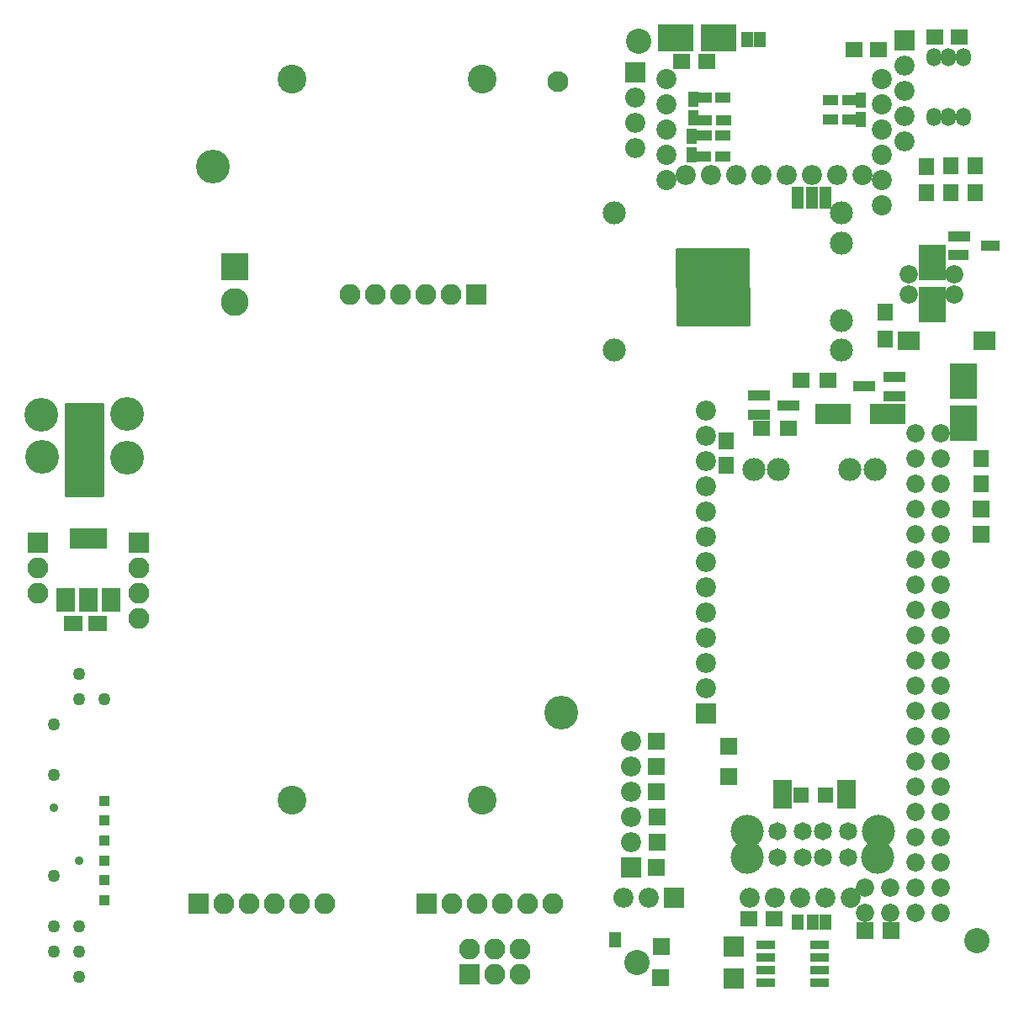
<source format=gbs>
%MOIN*%
%OFA0B0*%
%FSLAX46Y46*%
%IPPOS*%
%LPD*%
%ADD10C,0.0039370078740157488*%
%ADD11C,0.1*%
%ADD12R,0.048031496062992125X0.032283464566929133*%
%ADD13R,0.087401574803149612X0.044094488188976384*%
%ADD14O,0.091338582677165353X0.091338582677165353*%
%ADD15R,0.079527559055118116X0.079527559055118116*%
%ADD16O,0.079527559055118116X0.079527559055118116*%
%ADD17C,0.0725984251968504*%
%ADD18R,0.063779527559055124X0.07165354330708662*%
%ADD19R,0.07165354330708662X0.07165354330708662*%
%ADD20R,0.1425196850393701X0.079527559055118116*%
%ADD21R,0.050787401574803152X0.0625984251968504*%
%ADD22R,0.07165354330708662X0.063779527559055124*%
%ADD23C,0.079527559055118116*%
%ADD24R,0.073622047244094491X0.036220472440944888*%
%ADD25R,0.083464566929133871X0.081496062992125987*%
%ADD26R,0.13858267716535433X0.1110236220472441*%
%ADD27O,0.059842519685039376X0.0725984251968504*%
%ADD28R,0.061811023622047247X0.061811023622047247*%
%ADD29R,0.07165354330708662X0.061811023622047247*%
%ADD30R,0.061811023622047247X0.07165354330708662*%
%ADD31R,0.059842519685039376X0.042125984251968507*%
%ADD32R,0.042125984251968507X0.059842519685039376*%
%ADD33C,0.07165354330708662*%
%ADD34C,0.13070866141732285*%
%ADD35C,0.091338582677165353*%
%ADD36R,0.0725984251968504X0.11496062992125984*%
%ADD37R,0.1110236220472441X0.13858267716535433*%
%ADD38R,0.079527559055118116X0.044094488188976384*%
%ADD39R,0.075590551181102361X0.044094488188976384*%
%ADD40R,0.091338582677165353X0.075590551181102361*%
%ADD41C,0.01*%
%ADD52C,0.0078740157480314977*%
%ADD53C,0.1141732283464567*%
%ADD54C,0.082677165354330714*%
%ADD55C,0.13385826771653545*%
%ADD56C,0.11023622047244094*%
%ADD57R,0.11023622047244094X0.11023622047244094*%
%ADD58C,0.0078740157480314977*%
%ADD59R,0.082677165354330714X0.082677165354330714*%
%ADD60O,0.082677165354330714X0.082677165354330714*%
%ADD61C,0.0078740157480314977*%
%ADD62R,0.082677165354330714X0.082677165354330714*%
%ADD63O,0.082677165354330714X0.082677165354330714*%
%ADD64C,0.0078740157480314977*%
%ADD65R,0.074803149606299218X0.064960629921259838*%
%ADD66R,0.082677165354330714X0.082677165354330714*%
%ADD67O,0.082677165354330714X0.082677165354330714*%
%ADD68R,0.14960629921259844X0.07874015748031496*%
%ADD69R,0.074803149606299218X0.094488188976377951*%
%ADD70C,0.005905511811023622*%
%ADD71R,0.04X0.04*%
%ADD72C,0.05*%
%ADD73C,0.035*%
%ADD74C,0.0078740157480314977*%
%ADD75C,0.13385826771653545*%
%ADD76C,0.01*%
%ADD77C,0.0078740157480314977*%
%ADD78R,0.082677165354330714X0.082677165354330714*%
%ADD79O,0.082677165354330714X0.082677165354330714*%
%ADD80C,0.0078740157480314977*%
%LPD*%
G01G01*
D10*
D11*
X0000728346Y0005511811D02*
X0002492125Y0003783464D03*
D12*
X0003177546Y0003136411D03*
X0003177546Y0003163970D03*
X0003177546Y0003191529D03*
D13*
X0002969291Y0002304409D03*
X0002969291Y0002379212D03*
X0003087401Y0002341811D03*
D14*
X0002394661Y0003103118D03*
X0002394661Y0002559811D03*
X0003294661Y0003103118D03*
X0003294661Y0002985007D03*
X0003294661Y0002677921D03*
X0003294661Y0002559811D03*
D15*
X0002463346Y0000511811D03*
D16*
X0002463346Y0000611811D03*
X0002463346Y0000711811D03*
X0002463346Y0000811811D03*
X0002463346Y0000911810D03*
X0002463346Y0001011811D03*
D17*
X0003562346Y0002781811D03*
X0003562346Y0002861811D03*
X0003742346Y0002861811D03*
X0003742346Y0002781811D03*
D15*
X0002758346Y0001121811D03*
D16*
X0002758346Y0001221811D03*
X0002758346Y0001321811D03*
X0002758346Y0001421811D03*
X0002758346Y0001521811D03*
X0002758346Y0001621811D03*
X0002758346Y0001721810D03*
X0002758346Y0001821811D03*
X0002758346Y0001921810D03*
X0002758346Y0002021811D03*
X0002758346Y0002121811D03*
X0002758346Y0002221811D03*
X0002758346Y0002321811D03*
D18*
X0003824346Y0003288960D03*
X0003824346Y0003182661D03*
D19*
X0003848346Y0001931811D03*
X0003848346Y0001831811D03*
D15*
X0002478346Y0003661810D03*
D16*
X0002478346Y0003561811D03*
X0002478346Y0003461811D03*
X0002478346Y0003361811D03*
D20*
X0003478614Y0002307810D03*
X0003262078Y0002307810D03*
D21*
X0002971543Y0003789811D03*
X0002921149Y0003789811D03*
D15*
X0003546346Y0003787811D03*
D16*
X0003546346Y0003687811D03*
X0003546346Y0003587811D03*
X0003546346Y0003487811D03*
X0003546346Y0003387811D03*
D13*
X0003505401Y0002453212D03*
X0003505401Y0002378409D03*
X0003387291Y0002415810D03*
D22*
X0003242645Y0002439011D03*
X0003136346Y0002439011D03*
D18*
X0003728346Y0003288960D03*
X0003728346Y0003182661D03*
X0003632874Y0003288385D03*
X0003632874Y0003182086D03*
D19*
X0003490846Y0000259311D03*
X0003388346Y0000259311D03*
X0002563346Y0000511811D03*
X0002563346Y0000911810D03*
X0002563346Y0000811811D03*
X0002563346Y0001011811D03*
X0002578740Y0000074803D03*
X0002848346Y0000991810D03*
X0002848346Y0000871811D03*
X0002564346Y0000711811D03*
X0002564346Y0000611811D03*
D23*
X0002602346Y0003633811D03*
X0002602346Y0003533811D03*
X0002602346Y0003433811D03*
X0002602346Y0003333811D03*
X0002602346Y0003233811D03*
X0003456677Y0003633811D03*
X0003456677Y0003533811D03*
X0003456677Y0003433811D03*
X0003456677Y0003333811D03*
X0003456677Y0003233811D03*
X0003456677Y0003133811D03*
D22*
X0002980196Y0002249310D03*
X0003086496Y0002249310D03*
D24*
X0002995748Y0000053811D03*
X0002995748Y0000103810D03*
X0002995748Y0000153811D03*
X0002995748Y0000203810D03*
X0003208346Y0000203810D03*
X0003208346Y0000153811D03*
X0003208346Y0000103810D03*
X0003208346Y0000053811D03*
D25*
X0002868346Y0000069881D03*
X0002868346Y0000197834D03*
D26*
X0002808992Y0003797811D03*
X0002639700Y0003797811D03*
D19*
X0002580846Y0000196810D03*
D27*
X0003661417Y0003484251D03*
X0003720472Y0003484251D03*
X0003779527Y0003484251D03*
X0003661417Y0003720472D03*
X0003779527Y0003720472D03*
X0003720472Y0003720472D03*
D28*
X0003232559Y0000796811D03*
X0003134133Y0000796811D03*
D29*
X0002762346Y0003703810D03*
X0002663921Y0003703810D03*
X0003442559Y0003751810D03*
X0003344133Y0003751810D03*
D30*
X0002838346Y0002201811D03*
X0002838346Y0002103385D03*
D29*
X0003664133Y0003801811D03*
X0003762559Y0003801811D03*
D30*
X0003848346Y0002130236D03*
X0003848346Y0002031811D03*
D31*
X0003253544Y0003472411D03*
X0003328348Y0003472411D03*
D32*
X0003372346Y0003474009D03*
X0003372346Y0003548812D03*
D31*
X0003328548Y0003551411D03*
X0003253744Y0003551411D03*
X0002825349Y0003328411D03*
X0002750546Y0003328411D03*
D32*
X0002703346Y0003332409D03*
X0002703346Y0003407212D03*
D31*
X0002750944Y0003411811D03*
X0002825748Y0003411811D03*
X0002828346Y0003471811D03*
X0002753543Y0003471811D03*
D32*
X0002708346Y0003479409D03*
X0002708346Y0003554212D03*
D31*
X0002750944Y0003561811D03*
X0002825748Y0003561811D03*
D29*
X0002929133Y0000306811D03*
X0003027559Y0000306811D03*
D12*
X0002398346Y0000209310D03*
X0002398346Y0000236870D03*
X0003231946Y0003136111D03*
X0003231946Y0003163670D03*
X0003231946Y0003191229D03*
X0003122146Y0003191129D03*
X0003122146Y0003163570D03*
X0003122146Y0003136011D03*
X0003180846Y0000279251D03*
X0003180846Y0000306811D03*
X0003233346Y0000279251D03*
X0003233346Y0000306811D03*
X0003123346Y0000279251D03*
X0003123346Y0000306811D03*
D33*
X0003320767Y0000549192D03*
X0003220767Y0000549192D03*
X0003140846Y0000549192D03*
X0003040846Y0000549192D03*
D34*
X0003440846Y0000654311D03*
X0002922736Y0000654311D03*
D15*
X0002630846Y0000391810D03*
D16*
X0002530846Y0000391810D03*
X0002430846Y0000391810D03*
D33*
X0003042425Y0000653811D03*
X0003142425Y0000653811D03*
X0003222346Y0000653811D03*
X0003322346Y0000653811D03*
D34*
X0002922346Y0000548692D03*
X0003440456Y0000548692D03*
D23*
X0003330846Y0000391810D03*
D16*
X0003230846Y0000391810D03*
X0003130846Y0000391810D03*
X0003030846Y0000391810D03*
X0002930846Y0000391810D03*
D17*
X0003588346Y0002231811D03*
X0003688346Y0002231811D03*
X0003588346Y0002131810D03*
X0003688346Y0002131810D03*
X0003588346Y0002031811D03*
X0003688346Y0002031811D03*
X0003588346Y0001931811D03*
X0003688346Y0001931811D03*
X0003588346Y0001831811D03*
X0003688346Y0001831811D03*
X0003588346Y0001731811D03*
X0003688346Y0001731811D03*
X0003588346Y0001631810D03*
X0003688346Y0001631810D03*
X0003588346Y0001531811D03*
X0003688346Y0001531811D03*
X0003588346Y0001431810D03*
X0003688346Y0001431810D03*
X0003588346Y0001331811D03*
X0003688346Y0001331811D03*
X0003588346Y0001231810D03*
X0003688346Y0001231810D03*
X0003588346Y0001131811D03*
X0003688346Y0001131811D03*
X0003588346Y0001031811D03*
X0003688346Y0001031811D03*
X0003588346Y0000931811D03*
X0003688346Y0000931811D03*
X0003588346Y0000831811D03*
X0003688346Y0000831811D03*
X0003588346Y0000731810D03*
X0003688346Y0000731810D03*
X0003588346Y0000631811D03*
X0003688346Y0000631811D03*
X0003588346Y0000531810D03*
X0003688346Y0000531810D03*
X0003588346Y0000431810D03*
X0003688346Y0000431810D03*
X0003588346Y0000331810D03*
X0003688346Y0000331810D03*
X0003488346Y0000431810D03*
X0003488346Y0000331810D03*
X0003388346Y0000431810D03*
X0003388346Y0000331810D03*
D35*
X0003046881Y0002087811D03*
X0002948456Y0002087811D03*
X0003428771Y0002087811D03*
X0003330346Y0002087811D03*
D36*
X0003062629Y0000799425D03*
X0003314598Y0000799425D03*
D37*
X0003656346Y0002739165D03*
X0003656346Y0002908456D03*
X0003778346Y0002269165D03*
X0003778346Y0002438456D03*
D23*
X0003378946Y0003254811D03*
D16*
X0003278946Y0003254811D03*
X0003178946Y0003254811D03*
X0003078946Y0003254811D03*
X0002978946Y0003254811D03*
X0002878946Y0003254811D03*
X0002778946Y0003254811D03*
X0002678946Y0003254811D03*
D38*
X0003760099Y0002935609D03*
D13*
X0003764036Y0003010412D03*
D39*
X0003886083Y0002973011D03*
D18*
X0003467746Y0002603311D03*
X0003467746Y0002709611D03*
D40*
X0003863146Y0002595811D03*
X0003563146Y0002595811D03*
D11*
X0002484251Y0000133858D03*
X0003832677Y0000220472D03*
D41*
G36*
X0002928130Y0002658845D02*
X0002644730Y0002660777D01*
X0002643762Y0002961011D01*
X0002927162Y0002961011D01*
X0002928130Y0002658845D01*
X0002928130Y0002658845D01*
G37*
X0002928130Y0002658845D02*
X0002644730Y0002660777D01*
X0002643762Y0002961011D01*
X0002927162Y0002961011D01*
X0002928130Y0002658845D01*
G04 next file*
G04 Gerber Fmt 4.6, Leading zero omitted, Abs format (unit mm)*
G04 Created by KiCad (PCBNEW 4.0.4-stable) date 05/07/17 02:49:31*
G01G01*
G04 APERTURE LIST*
G04 APERTURE END LIST*
D52*
D53*
X-0004409448Y0006141732D02*
X0001120078Y0003631889D03*
X0001872047Y0003631889D03*
X0001120078Y0000777559D03*
X0001872047Y0000777559D03*
D54*
X0002173228Y0003622047D03*
D55*
X0000807086Y0003287401D03*
X0002185039Y0001122047D03*
D56*
X0000892859Y0002751651D03*
D57*
X0000892859Y0002889447D03*
G04 next file*
G04 Gerber Fmt 4.6, Leading zero omitted, Abs format (unit mm)*
G04 Created by KiCad (PCBNEW 4.0.4-stable) date 05/07/17 05:40:39*
G01G01*
G04 APERTURE LIST*
G04 APERTURE END LIST*
D58*
D59*
X-0004251968Y0007125984D02*
X0001850196Y0002781496D03*
D60*
X0001750196Y0002781496D03*
X0001650196Y0002781496D03*
X0001550196Y0002781496D03*
X0001450196Y0002781496D03*
X0001350196Y0002781496D03*
G04 next file*
G04 Gerber Fmt 4.6, Leading zero omitted, Abs format (unit mm)*
G04 Created by KiCad (PCBNEW 4.0.4-stable) date 05/07/17 06:05:31*
G01G01*
G04 APERTURE LIST*
G04 APERTURE END LIST*
D61*
D62*
X0007755905Y-0003976377D02*
X0001653740Y0000368110D03*
D63*
X0001753740Y0000368110D03*
X0001853740Y0000368110D03*
X0001953740Y0000368110D03*
X0002053740Y0000368110D03*
X0002153740Y0000368110D03*
D62*
X0001821259Y0000086614D03*
D63*
X0001821259Y0000186614D03*
X0001921259Y0000086614D03*
X0001921259Y0000186614D03*
X0002021259Y0000086614D03*
X0002021259Y0000186614D03*
G04 next file*
G04 Gerber Fmt 4.6, Leading zero omitted, Abs format (unit mm)*
G04 Created by KiCad (PCBNEW 4.0.4-stable) date 03/14/17 02:45:12*
G01G01*
G04 APERTURE LIST*
G04 APERTURE END LIST*
D64*
D65*
X0005511811Y-0002204724D02*
X0000251810Y0001475275D03*
X0000350236Y0001475275D03*
D66*
X0000111811Y0001795275D03*
D67*
X0000111811Y0001695275D03*
X0000111811Y0001595275D03*
D66*
X0000511811Y0001795275D03*
D67*
X0000511811Y0001695275D03*
X0000511811Y0001595275D03*
X0000511811Y0001495275D03*
D68*
X0000311810Y0001812007D03*
D69*
X0000311810Y0001571259D03*
X0000221259Y0001571259D03*
X0000402362Y0001571259D03*
G04 next file*
G04 Gerber Fmt 4.6, Leading zero omitted, Abs format (unit mm)*
G04 Created by KiCad (PCBNEW 4.0.4-stable) date 03/14/17 04:06:51*
G01G01*
G04 APERTURE LIST*
G04 APERTURE END LIST*
D70*
D71*
X0008425196Y-0004842519D02*
X0000375196Y0000616850D03*
X0000375196Y0000538110D03*
X0000375196Y0000695590D03*
X0000375196Y0000459370D03*
X0000375196Y0000774330D03*
X0000375196Y0000380629D03*
D72*
X0000375196Y0001177480D03*
X0000175196Y0000277480D03*
X0000175196Y0000177480D03*
X0000275196Y0000177480D03*
X0000275196Y0000277480D03*
X0000275196Y0000077480D03*
X0000175196Y0000477480D03*
X0000275196Y0001277480D03*
X0000175196Y0001077480D03*
X0000175196Y0000877480D03*
X0000275196Y0001177480D03*
D73*
X0000275196Y0000537480D03*
X0000175196Y0000747480D03*
G04 next file*
G04 Gerber Fmt 4.6, Leading zero omitted, Abs format (unit mm)*
G04 Created by KiCad (PCBNEW 4.0.4-stable) date 05/07/17 07:19:11*
G01G01*
G04 APERTURE LIST*
G04 APERTURE END LIST*
D74*
D75*
X-0005511811Y0005826771D02*
X0000125984Y0002304133D03*
X0000128937Y0002135826D03*
X0000466535Y0002307086D03*
X0000465551Y0002132874D03*
D76*
G36*
X0000369015Y0001983346D02*
X0000221535Y0001983346D01*
X0000221535Y0002347362D01*
X0000369015Y0002347362D01*
X0000369015Y0001983346D01*
X0000369015Y0001983346D01*
G37*
X0000369015Y0001983346D02*
X0000221535Y0001983346D01*
X0000221535Y0002347362D01*
X0000369015Y0002347362D01*
X0000369015Y0001983346D01*
G04 next file*
G04 Gerber Fmt 4.6, Leading zero omitted, Abs format (unit mm)*
G04 Created by KiCad (PCBNEW 4.0.4-stable) date 05/07/17 05:40:39*
G01G01*
G04 APERTURE LIST*
G04 APERTURE END LIST*
D77*
D78*
X0006850393Y-0003976377D02*
X0000748228Y0000368110D03*
D79*
X0000848228Y0000368110D03*
X0000948228Y0000368110D03*
X0001048228Y0000368110D03*
X0001148228Y0000368110D03*
X0001248228Y0000368110D03*
G04 next file*
G04 Gerber Fmt 4.6, Leading zero omitted, Abs format (unit mm)*
G04 Created by KiCad (PCBNEW 4.0.4-stable) date 05/08/17 19:25:46*
G01G01*
G04 APERTURE LIST*
G04 APERTURE END LIST*
D80*
M02*
</source>
